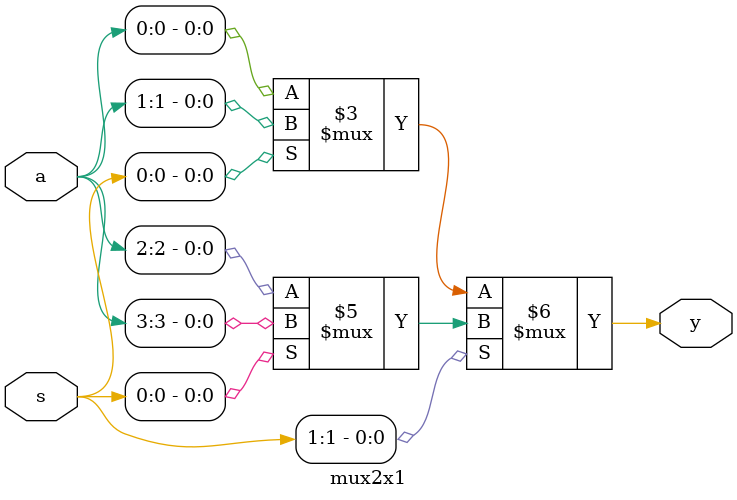
<source format=v>
module mux2x1(input [3:0]a,input [1:0]s, output y);
  assign y=(s[1]==0) ? ((s[0]==0) ? a[0] : a[1]) : ((s[0]==0)?a[2]:a[3]);
endmodule

</source>
